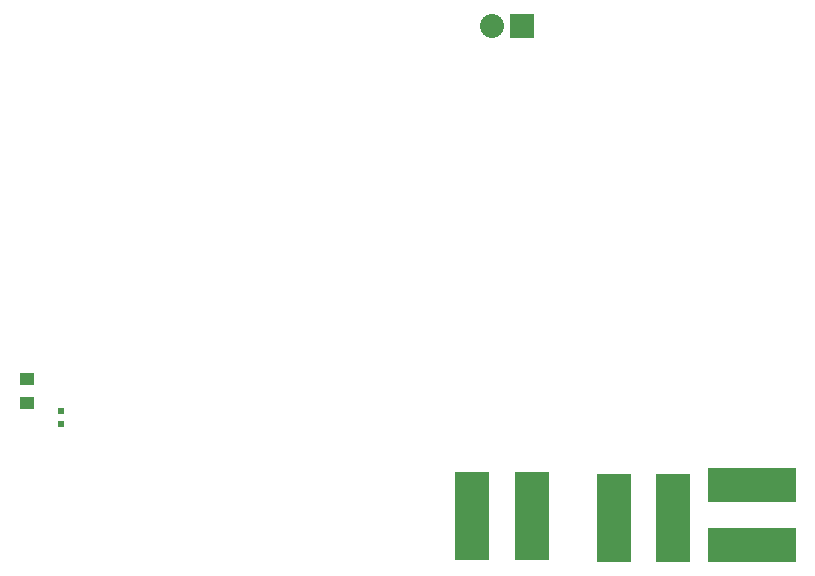
<source format=gbp>
G04 #@! TF.FileFunction,Paste,Bot*
%FSLAX46Y46*%
G04 Gerber Fmt 4.6, Leading zero omitted, Abs format (unit mm)*
G04 Created by KiCad (PCBNEW 4.0.2-stable) date 15/11/2016 21:17:11*
%MOMM*%
G01*
G04 APERTURE LIST*
%ADD10C,0.100000*%
%ADD11R,1.250000X1.000000*%
%ADD12R,2.999740X7.500620*%
%ADD13R,7.500620X2.999740*%
%ADD14R,0.500000X0.600000*%
%ADD15R,2.032000X2.032000*%
%ADD16O,2.032000X2.032000*%
G04 APERTURE END LIST*
D10*
D11*
X43332400Y-128762000D03*
X43332400Y-126762000D03*
D12*
X81066640Y-138366500D03*
X86065360Y-138366500D03*
X93068140Y-138493500D03*
X98066860Y-138493500D03*
D13*
X104711500Y-135740140D03*
X104711500Y-140738860D03*
D14*
X46228000Y-130572600D03*
X46228000Y-129472600D03*
D15*
X85242400Y-96824800D03*
D16*
X82702400Y-96824800D03*
M02*

</source>
